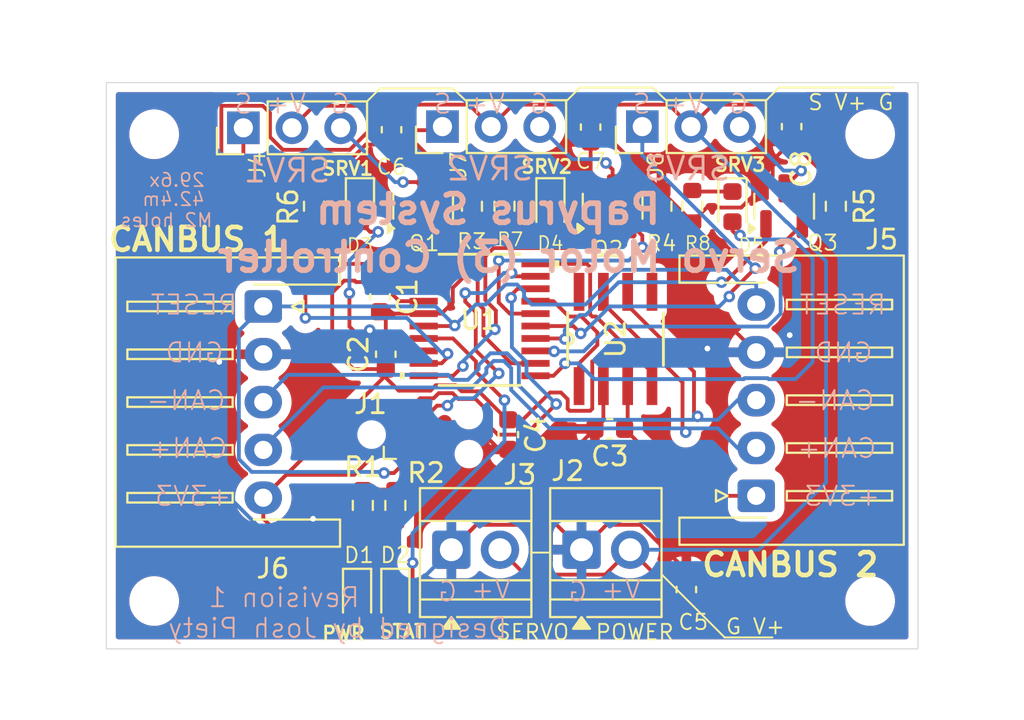
<source format=kicad_pcb>
(kicad_pcb (version 20241229) (generator "pcbnew") (generator_version "9.0")
  (layers (0 "F.Cu" signal) (2 "B.Cu" signal) (13 "F.Paste" user) (15 "B.Paste" user) (5 "F.SilkS" user "F.Silkscreen") (7 "B.SilkS" user "B.Silkscreen") (1 "F.Mask" user) (3 "B.Mask" user) (25 "Edge.Cuts" user))
  (net 0 "")
  (net 1 "+3V3")
  (net 2 "GND")
  (net 3 "/VSERVO")
  (net 4 "Net-(D1-K)")
  (net 5 "/STATUS")
  (net 6 "Net-(D2-K)")
  (net 7 "Net-(D3-K)")
  (net 8 "/SRV1_STAT")
  (net 9 "/SRV2_STAT")
  (net 10 "Net-(D4-K)")
  (net 11 "/SRV3_STAT")
  (net 12 "Net-(D5-K)")
  (net 13 "/SWCLK")
  (net 14 "/SWDIO")
  (net 16 "/RESETB")
  (net 17 "Net-(J4-Pin_3)")
  (net 18 "/SRV1_PWM")
  (net 19 "/CAN+")
  (net 20 "/CAN-")
  (net 21 "Net-(J7-Pin_3)")
  (net 22 "/SRV2_PWM")
  (net 23 "Net-(J8-Pin_3)")
  (net 24 "/SRV3_PWM")
  (net 25 "/SRV1_EN")
  (net 26 "/SRV1_SENSE")
  (net 27 "/SRV2_EN")
  (net 28 "/SRV2_SENSE")
  (net 29 "/SRV3_EN")
  (net 30 "/SRV3_SENSE")
  (net 31 "/CANTX")
  (net 32 "/CANRX")
  (footprint "Connector_JST:JST_XH_S5B-XH-A-1_1x05_P2.50mm_Horizontal" (layer "F.Cu") (at 80.8 85.3 -90)
    (property "Reference" "J6")
    (property "Value" "Conn_01x05")
  )
  (footprint "Capacitor_SMD:C_0603_1608Metric" (layer "F.Cu") (at 93.6 92 -90)
    (property "Reference" "C4")
    (property "Value" "100n")
  )
  (footprint "Resistor_SMD:R_0603_1608Metric" (layer "F.Cu") (at 93.4 80.0625 -90)
    (property "Reference" "R7")
    (property "Value" "1k")
  )
  (footprint "Package_TO_SOT_SMD:SOT-23" (layer "F.Cu") (at 99.05 80.0625 90)
    (property "Reference" "Q2")
    (property "Value" "AO3400A")
  )
  (footprint "Resistor_SMD:R_0603_1608Metric" (layer "F.Cu") (at 91.7 80.0625 90)
    (property "Reference" "R3")
    (property "Value" "33m")
  )
  (footprint "Resistor_SMD:R_0603_1608Metric" (layer "F.Cu") (at 86 95.7 90)
    (property "Reference" "R1")
    (property "Value" "1k")
  )
  (footprint "MountingHole:MountingHole_2.1mm" (layer "F.Cu") (at 75.1 76.3)
    (property "Reference" "REF**" (hide yes))
    (property "Value" "MountingHole_2.1mm")
  )
  (footprint "Resistor_SMD:R_0603_1608Metric" (layer "F.Cu") (at 110.71 80.0625 90)
    (property "Reference" "R5")
    (property "Value" "33m")
  )
  (footprint "Connector_PinHeader_2.54mm:PinHeader_1x03_P2.54mm_Vertical" (layer "F.Cu") (at 90.16 75.9 90)
    (property "Reference" "J7")
    (property "Value" "Conn_01x03_Pin")
  )
  (footprint "Resistor_SMD:R_0603_1608Metric" (layer "F.Cu") (at 103.21 80.0625 -90)
    (property "Reference" "R8")
    (property "Value" "1k")
  )
  (footprint "MountingHole:MountingHole_2.1mm" (layer "F.Cu") (at 75.1 100.7)
    (property "Reference" "REF**" (hide yes))
    (property "Value" "MountingHole_2.1mm")
  )
  (footprint "Connector_JST:JST_XH_S5B-XH-A-1_1x05_P2.50mm_Horizontal" (layer "F.Cu") (at 106.55 95.2 90)
    (property "Reference" "J5")
    (property "Value" "Conn_01x05")
  )
  (footprint "Resistor_SMD:R_0603_1608Metric" (layer "F.Cu") (at 87.7 95.7 90)
    (property "Reference" "R2")
    (property "Value" "1k")
  )
  (footprint "MountingHole:MountingHole_2.1mm" (layer "F.Cu") (at 112.5 100.7)
    (property "Reference" "REF**" (hide yes))
    (property "Value" "MountingHole_2.1mm")
  )
  (footprint "TerminalBlock:TerminalBlock_Xinya_XY308-2.54-2P_1x02_P2.54mm_Horizontal" (layer "F.Cu") (at 97.425 98.0175)
    (property "Reference" "J2")
    (property "Value" "Screw_Terminal_01x02")
  )
  (footprint "Package_TO_SOT_SMD:SOT-23" (layer "F.Cu") (at 89.15 80.0625 90)
    (property "Reference" "Q1")
    (property "Value" "AO3400A")
  )
  (footprint "Package_TO_SOT_SMD:SOT-23" (layer "F.Cu") (at 108.01 80.0625 90)
    (property "Reference" "Q3")
    (property "Value" "AO3400A")
  )
  (footprint "Connector_PinHeader_2.54mm:PinHeader_1x03_P2.54mm_Vertical" (layer "F.Cu") (at 100.6 75.9 90)
    (property "Reference" "J8")
    (property "Value" "Conn_01x03_Pin")
  )
  (footprint "LED_SMD:LED_0603_1608Metric" (layer "F.Cu") (at 85.85 80.0825 -90)
    (property "Reference" "D3")
    (property "Value" "LED")
  )
  (footprint "Capacitor_SMD:C_0603_1608Metric" (layer "F.Cu") (at 86.9 84.8 -90)
    (property "Reference" "C1")
    (property "Value" "100n")
  )
  (footprint "Capacitor_SMD:C_0603_1608Metric" (layer "F.Cu") (at 87.2 87.8 90)
    (property "Reference" "C2")
    (property "Value" "10u")
  )
  (footprint "footprints:D8" (layer "F.Cu") (at 99.2 87 90)
    (property "Reference" "U2")
    (property "Value" "SN65HVD232QDRG4Q1")
  )
  (footprint "Connector_PinHeader_2.54mm:PinHeader_1x03_P2.54mm_Vertical" (layer "F.Cu") (at 79.76 75.9625 90)
    (property "Reference" "J4")
    (property "Value" "Conn_01x03_Pin")
  )
  (footprint "LED_SMD:LED_0603_1608Metric" (layer "F.Cu") (at 85.7 100.5 -90)
    (property "Reference" "D1")
    (property "Value" "LED")
  )
  (footprint "TerminalBlock:TerminalBlock_Xinya_XY308-2.54-2P_1x02_P2.54mm_Horizontal" (layer "F.Cu") (at 90.625 98.0175)
    (property "Reference" "J3")
    (property "Value" "Screw_Terminal_01x02")
  )
  (footprint "Resistor_SMD:R_0603_1608Metric" (layer "F.Cu") (at 101.6 80.0625 90)
    (property "Reference" "R4")
    (property "Value" "33m")
  )
  (footprint "Capacitor_SMD:C_0603_1608Metric" (layer "F.Cu") (at 108.4 75.9 -90)
    (property "Reference" "C8")
    (property "Value" "10u")
  )
  (footprint "Connector:Tag-Connect_TC2030-IDC-NL_2x03_P1.27mm_Vertical" (layer "F.Cu") (at 89 92)
    (property "Reference" "J1")
    (property "Value" "Conn_ARM_SWD_TagConnect_TC2030-NL")
  )
  (footprint "footprints:TSSOP20_STM" (layer "F.Cu") (at 92.1 86)
    (property "Reference" "U1")
    (property "Value" "STM32C092FCP6")
  )
  (footprint "LED_SMD:LED_0603_1608Metric" (layer "F.Cu") (at 95.8 80.0825 -90)
    (property "Reference" "D4")
    (property "Value" "LED")
  )
  (footprint "LED_SMD:LED_0603_1608Metric" (layer "F.Cu") (at 105.31 80.0825 -90)
    (property "Reference" "D5")
    (property "Value" "LED")
  )
  (footprint "Resistor_SMD:R_0603_1608Metric" (layer "F.Cu") (at 83.45 80.0625 -90)
    (property "Reference" "R6")
    (property "Value" "1k")
  )
  (footprint "MountingHole:MountingHole_2.1mm" (layer "F.Cu") (at 112.5 76.3)
    (property "Reference" "REF**" (hide yes))
    (property "Value" "MountingHole_2.1mm")
  )
  (footprint "Capacitor_SMD:C_0603_1608Metric" (layer "F.Cu") (at 97.9 75.925 -90)
    (property "Reference" "C7")
    (property "Value" "10u")
  )
  (footprint "Capacitor_SMD:C_0603_1608Metric" (layer "F.Cu") (at 87.5 76.0625 -90)
    (property "Reference" "C6")
    (property "Value" "10u")
  )
  (footprint "LED_SMD:LED_0603_1608Metric" (layer "F.Cu") (at 87.7 100.5 -90)
    (property "Reference" "D2")
    (property "Value" "LED")
  )
  (footprint "Capacitor_SMD:C_0603_1608Metric" (layer "F.Cu") (at 102.9 100.1 90)
    (property "Reference" "C5")
    (property "Value" "10u")
  )
  (footprint "Capacitor_SMD:C_0603_1608Metric" (layer "F.Cu") (at 98.9 91.7 180)
    (property "Reference" "C3")
    (property "Value" "100n")
  )
  (gr_line (start 101.6 99.3) (end 104.9 102.6) (stroke (width 0.1)) (layer "F.SilkS"))
  (gr_line (start 101.86 74.54125) (end 101.14 73.85875) (stroke (width 0.1)) (layer "F.SilkS"))
  (gr_line (start 94.805 98.1675) (end 95.785 98.1675) (stroke (width 0.1)) (layer "F.SilkS"))
  (gr_line (start 97.34 73.85875) (end 101.14 73.85875) (stroke (width 0.1)) (layer "F.SilkS"))
  (gr_line (start 107.06 74.54125) (end 107.74 73.85875) (stroke (width 0.1)) (layer "F.SilkS"))
  (gr_line (start 86.22 74.5825) (end 86.9 73.9) (stroke (width 0.1)) (layer "F.SilkS"))
  (gr_line (start 107.74 73.85875) (end 113.7 73.85875) (stroke (width 0.1)) (layer "F.SilkS"))
  (gr_line (start 104.9 102.6) (end 107.4 102.6) (stroke (width 0.1)) (layer "F.SilkS"))
  (gr_line (start 96.66 74.54125) (end 97.34 73.85875) (stroke (width 0.1)) (layer "F.SilkS"))
  (gr_line (start 91.42 74.5825) (end 90.7 73.9) (stroke (width 0.1)) (layer "F.SilkS"))
  (gr_line (start 86.9 73.9) (end 90.7 73.9) (stroke (width 0.1)) (layer "F.SilkS"))
  (gr_rect (start 72.6 73.6) (end 115 103.2) (stroke (width 0.05)) (fill no) (layer "Edge.Cuts"))
  (gr_text "POWER" (at 98.1 102.8 0) (layer "F.SilkS") (effects (font (size 0.8 0.8) (thickness 0.1)) (justify left bottom)))
  (gr_text "G V+" (at 104.9 102.5 0) (layer "F.SilkS") (effects (font (size 0.8 0.8) (thickness 0.1)) (justify left bottom)))
  (gr_text "STAT" (at 86.8 102.7 0) (layer "F.SilkS") (effects (font (size 0.7 0.7) (thickness 0.14) (bold yes)) (justify left bottom)))
  (gr_text "CANBUS 1" (at 72.6 82.5 0) (layer "F.SilkS") (effects (font (size 1.2 1.2) (thickness 0.24) (bold yes)) (justify left bottom)))
  (gr_text "SRV2" (at 94.2 78.4 0) (layer "F.SilkS") (effects (font (size 0.7 0.7) (thickness 0.14) (bold yes)) (justify left bottom)))
  (gr_text "S V+ G" (at 109.2 75.1 0) (layer "F.SilkS") (effects (font (size 0.8 0.8) (thickness 0.1)) (justify left bottom)))
  (gr_text "PWR" (at 83.8 102.8 0) (layer "F.SilkS") (effects (font (size 0.7 0.7) (thickness 0.14) (bold yes)) (justify left bottom)))
  (gr_text "CANBUS 2" (at 103.6 99.5 0) (layer "F.SilkS") (effects (font (size 1.2 1.2) (thickness 0.24) (bold yes)) (justify left bottom)))
  (gr_text "SRV1" (at 83.8 78.5 0) (layer "F.SilkS") (effects (font (size 0.7 0.7) (thickness 0.14) (bold yes)) (justify left bottom)))
  (gr_text "SRV3" (at 104.3 78.3 0) (layer "F.SilkS") (effects (font (size 0.7 0.7) (thickness 0.14) (bold yes)) (justify left bottom)))
  (gr_text "SERVO" (at 92.9 102.8 0) (layer "F.SilkS") (effects (font (size 0.8 0.8) (thickness 0.1)) (justify left bottom)))
  (gr_text "Designed by Josh Piety" (at 93.6 102.7 0) (layer "B.SilkS") (effects (font (size 1 1) (thickness 0.1)) (justify left bottom mirror)))
  (gr_text "GND" (at 78.8 88.3 0) (layer "B.SilkS") (effects (font (size 1 1) (thickness 0.1)) (justify left bottom mirror)))
  (gr_text "Papyrus System" (at 101.7 81.1 0) (layer "B.SilkS") (effects (font (size 1.5 1.5) (thickness 0.3) (bold yes)) (justify left bottom mirror)))
  (gr_text "CAN+" (at 112.9 93.3 0) (layer "B.SilkS") (effects (font (size 1 1) (thickness 0.1)) (justify left bottom mirror)))
  (gr_text "+3V3" (at 113.1 95.8 0) (layer "B.SilkS") (effects (font (size 1 1) (thickness 0.1)) (justify left bottom mirror)))
  (gr_text "S" (at 101.1 75.3 0) (layer "B.SilkS") (effects (font (size 1 1) (thickness 0.1)) (justify left bottom mirror)))
  (gr_text "G" (at 97.8 100.8 0) (layer "B.SilkS") (effects (font (size 1 1) (thickness 0.1)) (justify left bottom mirror)))
  (gr_text "SRV3" (at 105.3 78.8 0) (layer "B.SilkS") (effects (font (size 1.2 1.2)) (justify left bottom mirror)))
  (gr_text "G" (at 85.4 75.3 0) (layer "B.SilkS") (effects (font (size 1 1) (thickness 0.1)) (justify left bottom mirror)))
  (gr_text "SRV1" (at 84.4 78.9 0) (layer "B.SilkS") (effects (font (size 1.2 1.2)) (justify left bottom mirror)))
  (gr_text "G" (at 106.2 75.3 0) (layer "B.SilkS") (effects (font (size 1 1) (thickness 0.1)) (justify left bottom mirror)))
  (gr_text "CAN+" (at 79 93.3 0) (layer "B.SilkS") (effects (font (size 1 1) (thickness 0.1)) (justify left bottom mirror)))
  (gr_text "V+" (at 93.8 100.7 0) (layer "B.SilkS") (effects (font (size 1 1) (thickness 0.1)) (justify left bottom mirror)))
  (gr_text "S" (at 80.3 75.3 0) (layer "B.SilkS") (effects (font (size 1 1) (thickness 0.1)) (justify left bottom mirror)))
  (gr_text "GND" (at 112.7 88.3 0) (layer "B.SilkS") (effects (font (size 1 1) (thickness 0.1)) (justify left bottom mirror)))
  (gr_text "V+" (at 103.9 75.3 0) (layer "B.SilkS") (effects (font (size 1 1) (thickness 0.1)) (justify left bottom mirror)))
  (gr_text "CAN-" (at 78.9 90.8 0) (layer "B.SilkS") (effects (font (size 1 1) (thickness 0.1)) (justify left bottom mirror)))
  (gr_text "Servo Motor (3) Controller " (at 109 83.6 0) (layer "B.SilkS") (effects (font (size 1.5 1.5) (thickness 0.3) (bold yes)) (justify left bottom mirror)))
  (gr_text "CAN-" (at 112.8 90.8 0) (layer "B.SilkS") (effects (font (size 1 1) (thickness 0.1)) (justify left bottom mirror)))
  (gr_text "M2 holes" (at 78.2 81.2 0) (layer "B.SilkS") (effects (font (size 0.7 0.7) (thickness 0.0875)) (justify left bottom mirror)))
  (gr_text "42.4m" (at 77.8 80.1 0) (layer "B.SilkS") (effects (font (size 0.7 0.7) (thickness 0.0875)) (justify left bottom mirror)))
  (gr_text "G" (at 91 100.8 0) (layer "B.SilkS") (effects (font (size 1 1) (thickness 0.1)) (justify left bottom mirror)))
  (gr_text "RESET" (at 113.4 85.8 0) (layer "B.SilkS") (effects (font (size 1 1) (thickness 0.1)) (justify left bottom mirror)))
  (gr_text "Revision 1" (at 85.9 101.1 0) (layer "B.SilkS") (effects (font (size 1 1) (thickness 0.1)) (justify left bottom mirror)))
  (gr_text "+3V3" (at 79.2 95.8 0) (layer "B.SilkS") (effects (font (size 1 1) (thickness 0.1)) (justify left bottom mirror)))
  (gr_text "V+" (at 100.6 100.7 0) (layer "B.SilkS") (effects (font (size 1 1) (thickness 0.1)) (justify left bottom mirror)))
  (gr_text "G" (at 95.8 75.3 0) (layer "B.SilkS") (effects (font (size 1 1) (thickness 0.1)) (justify left bottom mirror)))
  (gr_text "SRV2" (at 95 78.8 0) (layer "B.SilkS") (effects (font (size 1.2 1.2)) (justify left bottom mirror)))
  (gr_text "29.6x" (at 77.8 79.1 0) (layer "B.SilkS") (effects (font (size 0.7 0.7) (thickness 0.0875)) (justify left bottom mirror)))
  (gr_text "S" (at 90.7 75.3 0) (layer "B.SilkS") (effects (font (size 1 1) (thickness 0.1)) (justify left bottom mirror)))
  (gr_text "V+" (at 83.1 75.3 0) (layer "B.SilkS") (effects (font (size 1 1) (thickness 0.1)) (justify left bottom mirror)))
  (gr_text "RESET" (at 79.5 85.8 0) (layer "B.SilkS") (effects (font (size 1 1) (thickness 0.1)) (justify left bottom mirror)))
  (gr_text "V+" (at 93.5 75.3 0) (layer "B.SilkS") (effects (font (size 1 1) (thickness 0.1)) (justify left bottom mirror)))
  (segment (start 96.701 90.648943) (end 96.807457 90.7554) (width 0.2) (layer "F.Cu") (net 1))
  (segment (start 86.9 84.025) (end 85.644239 84.025) (width 0.2) (layer "F.Cu") (net 1))
  (segment (start 87.73 92.635) (end 87.021849 92.635) (width 0.2) (layer "F.Cu") (net 1))
  (segment (start 89.179 85.025001) (end 87.900001 85.025001) (width 0.2) (layer "F.Cu") (net 1))
  (segment (start 87.900001 85.025001) (end 86.9 84.025) (width 0.2) (layer "F.Cu") (net 1))
  (segment (start 99.4722 88.1722) (end 99.835 88.535) (width 0.2) (layer "F.Cu") (net 1))
  (segment (start 87.2 88.9) (end 87.2 88.575) (width 0.2) (layer "F.Cu") (net 1))
  (segment (start 99.835 88.535) (end 99.835 89.4638) (width 0.2) (layer "F.Cu") (net 1))
  (segment (start 80.8 95.3) (end 87.2 88.9) (width 0.2) (layer "F.Cu") (net 1))
  (segment (start 89.811793 89.421835) (end 89.533628 89.7) (width 0.2) (layer "F.Cu") (net 1))
  (segment (start 85.509314 88.575) (end 87.2 88.575) (width 0.2) (layer "F.Cu") (net 1))
  (segment (start 80.8 96.3875) (end 80.8 95.3) (width 0.2) (layer "F.Cu") (net 1))
  (segment (start 82 94.1) (end 80.8 95.3) (width 0.2) (layer "F.Cu") (net 1))
  (segment (start 89.533628 89.7) (end 87.875 89.7) (width 0.2) (layer "F.Cu") (net 1))
  (segment (start 96.701 90.151057) (end 96.701 90.648943) (width 0.2) (layer "F.Cu") (net 1))
  (segment (start 99.835 89.4638) (end 99.835 91.54) (width 0.2) (layer "F.Cu") (net 1))
  (segment (start 93.543534 91.225) (end 92.056234 89.7377) (width 0.2) (layer "F.Cu") (net 1))
  (segment (start 90.842555 89.421835) (end 89.811793 89.421835) (width 0.2) (layer "F.Cu") (net 1))
  (segment (start 85.569239 83.95) (end 85.030761 83.95) (width 0.2) (layer "F.Cu") (net 1))
  (segment (start 96.807457 90.7554) (end 97.8754 90.7554) (width 0.2) (layer "F.Cu") (net 1))
  (segment (start 87.2 89.025) (end 87.2 88.575) (width 0.2) (layer "F.Cu") (net 1))
  (segment (start 84.4 84.580761) (end 84.4 87.465686) (width 0.2) (layer "F.Cu") (net 1))
  (segment (start 91.15842 89.7377) (end 90.842555 89.421835) (width 0.2) (layer "F.Cu") (net 1))
  (segment (start 106.55 95.2) (end 103.175 95.2) (width 0.2) (layer "F.Cu") (net 1))
  (segment (start 85.7 101.2875) (end 80.8 96.3875) (width 0.2) (layer "F.Cu") (net 1))
  (segment (start 84.4 87.465686) (end 85.509314 88.575) (width 0.2) (layer "F.Cu") (net 1))
  (segment (start 87.021849 92.635) (end 85.556849 94.1) (width 0.2) (layer "F.Cu") (net 1))
  (segment (start 99.835 91.54) (end 99.675 91.7) (width 0.2) (layer "F.Cu") (net 1))
  (segment (start 93.6 91.225) (end 93.543534 91.225) (width 0.2) (layer "F.Cu") (net 1))
  (segment (start 103.175 95.2) (end 99.675 91.7) (width 0.2) (layer "F.Cu") (net 1))
  (segment (start 85.644239 84.025) (end 85.569239 83.95) (width 0.2) (layer "F.Cu") (net 1))
  (segment (start 97.9846 90.6462) (end 97.9846 88.1722) (width 0.2) (layer "F.Cu") (net 1))
  (segment (start 85.030761 83.95) (end 84.4 84.580761) (width 0.2) (layer "F.Cu") (net 1))
  (segment (start 94.355761 91.225) (end 95.781761 89.799) (width 0.2) (layer "F.Cu") (net 1))
  (segment (start 97.9846 88.1722) (end 99.4722 88.1722) (width 0.2) (layer "F.Cu") (net 1))
  (segment (start 95.781761 89.799) (end 96.348943 89.799) (width 0.2) (layer "F.Cu") (net 1))
  (segment (start 87.875 89.7) (end 87.2 89.025) (width 0.2) (layer "F.Cu") (net 1))
  (segment (start 97.8754 90.7554) (end 97.9846 90.6462) (width 0.2) (layer "F.Cu") (net 1))
  (segment (start 85.556849 94.1) (end 82 94.1) (width 0.2) (layer "F.Cu") (net 1))
  (segment (start 93.6 91.225) (end 94.355761 91.225) (width 0.2) (layer "F.Cu") (net 1))
  (segment (start 96.348943 89.799) (end 96.701 90.151057) (width 0.2) (layer "F.Cu") (net 1))
  (segment (start 92.056234 89.7377) (end 91.15842 89.7377) (width 0.2) (layer "F.Cu") (net 1))
  (segment (start 107.409 78.491) (end 107.409 77.666) (width 0.2) (layer "F.Cu") (net 2))
  (segment (start 89.179 85.674999) (end 86.999999 85.674999) (width 0.2) (layer "F.Cu") (net 2))
  (segment (start 110.71 79.2375) (end 110.71 78.985) (width 0.2) (layer "F.Cu") (net 2))
  (segment (start 93.125 92.775) (end 92.5197 92.1697) (width 0.2) (layer "F.Cu") (net 2))
  (segment (start 97.9 76.7) (end 97.9 78.5091) (width 0.2) (layer "F.Cu") (net 2))
  (segment (start 99.0625 76.7) (end 97.9 76.7) (width 0.2) (layer "F.Cu") (net 2))
  (segment (start 89.179 85.674999) (end 90.1156 85.674999) (width 0.2) (layer "F.Cu") (net 2))
  (segment (start 93.6 95.0425) (end 90.625 98.0175) (width 0.2) (layer "F.Cu") (net 2))
  (segment (start 101.6 79.2375) (end 101.6 79.2775) (width 0.2) (layer "F.Cu") (net 2))
  (segment (start 98.726 96.7165) (end 97.425 98.0175) (width 0.2) (layer "F.Cu") (net 2))
  (segment (start 85.482032 77.5125) (end 86.157032 76.8375) (width 0.2) (layer "F.Cu") (net 2))
  (segment (start 90.1156 85.674999) (end 90.7 85.090599) (width 0.2) (layer "F.Cu") (net 2))
  (segment (start 102.9 99.112608) (end 100.503892 96.7165) (width 0.2) (layer "F.Cu") (net 2))
  (segment (start 107.409 77.666) (end 108.4 76.675) (width 0.2) (layer "F.Cu") (net 2))
  (segment (start 78.5 88.2) (end 78.9 87.8) (width 0.2) (layer "F.Cu") (net 2))
  (segment (start 88.825 76.8375) (end 87.5 76.8375) (width 0.2) (layer "F.Cu") (net 2))
  (segment (start 87.7 94.875) (end 86 94.875) (width 0.2) (layer "F.Cu") (net 2))
  (segment (start 82.674 78.826) (end 83.9875 77.5125) (width 0.2) (layer "F.Cu") (net 2))
  (segment (start 96.124 96.7165) (end 97.425 98.0175) (width 0.2) (layer "F.Cu") (net 2))
  (segment (start 97.9 78.5091) (end 96.2976 80.1115) (width 0.2) (layer "F.Cu") (net 2))
  (segment (start 90.625 98.0175) (end 91.926 96.7165) (width 0.2) (layer "F.Cu") (net 2))
  (segment (start 88.03 94.875) (end 87.7 94.875) (width 0.2) (layer "F.Cu") (net 2))
  (segment (start 91.7 79.2375) (end 91.225 79.2375) (width 0.2) (layer "F.Cu") (net 2))
  (segment (start 98.565 91.26) (end 98.125 91.7) (width 0.2) (layer "F.Cu") (net 2))
  (segment (start 86.64424 87.025) (end 86.35962 86.74038) (width 0.2) (layer "F.Cu") (net 2))
  (segment (start 90.7 84.330761) (end 91.600001 83.43076) (width 0.2) (layer "F.Cu") (net 2))
  (segment (start 100.503892 96.7165) (end 98.726 96.7165) (width 0.2) (layer "F.Cu") (net 2))
  (segment (start 90.7 85.090599) (end 90.7 84.330761) (width 0.2) (layer "F.Cu") (net 2))
  (segment (start 92.5197 92.1697) (end 90.7353 92.1697) (width 0.2) (layer "F.Cu") (net 2))
  (segment (start 92.925 80.8875) (end 93.4 80.8875) (width 0.2) (layer "F.Cu") (net 2))
  (segment (start 86.35962 86.74038) (end 86.35962 86.54038) (width 0.2) (layer "F.Cu") (net 2))
  (segment (start 103.21 84.36) (end 106.55 87.7) (width 0.2) (layer "F.Cu") (net 2))
  (segment (start 103.966 80.1315) (end 105.7685 80.1315) (width 0.2) (layer "F.Cu") (net 2))
  (segment (start 98.565 89.4638) (end 98.565 91.26) (width 0.2) (layer "F.Cu") (net 2))
  (segment (start 96.2976 80.1115) (end 94.176 80.1115) (width 0.2) (layer "F.Cu") (net 2))
  (segment (start 86.157032 76.8375) (end 87.5 76.8375) (width 0.2) (layer "F.Cu") (net 2))
  (segment (start 101.6 79.2775) (end 103.21 80.8875) (width 0.2) (layer "F.Cu") (net 2))
  (segment (start 90.7353 92.1697) (end 90.27 92.635) (width 0.2) (layer "F.Cu") (net 2))
  (segment (start 103.21 80.8875) (end 103.966 80.1315) (width 0.2) (layer "F.Cu") (net 2))
  (segment (start 82.674 80.1115) (end 82.674 78.826) (width 0.2) (layer "F.Cu") (net 2))
  (segment (start 101.6 79.2375) (end 99.0625 76.7) (width 0.2) (layer "F.Cu") (net 2))
  (segment (start 105.7685 80.1315) (end 107.409 78.491) (width 0.2) (layer "F.Cu") (net 2))
  (segment (start 97.05 92.775) (end 93.6 92.775) (width 0.2) (layer "F.Cu") (net 2))
  (segment (start 93.6 92.775) (end 93.125 92.775) (width 0.2) (layer "F.Cu") (net 2))
  (segment (start 91.926 96.7165) (end 96.124 96.7165) (width 0.2) (layer "F.Cu") (net 2))
  (segment (start 78.9 87.8) (end 80.8 87.8) (width 0.2) (layer "F.Cu") (net 2))
  (segment (start 87.2 85.875) (end 86.9 85.575) (width 0.2) (layer "F.Cu") (net 2))
  (segment (start 93.4 80.8875) (end 94.176 80.1115) (width 0.2) (layer "F.Cu") (net 2))
  (segment (start 87.2 87.025) (end 87.2 85.875) (width 0.2) (layer "F.Cu") (net 2))
  (segment (start 98.125 91.7) (end 97.05 92.775) (width 0.2) (layer "F.Cu") (net 2))
  (segment (start 83.45 80.8875) (end 82.674 80.1115) (width 0.2) (layer "F.Cu") (net 2))
  (segment (start 91.600001 82.212499) (end 92.925 80.8875) (width 0.2) (layer "F.Cu") (net 2))
  (segment (start 83.9875 77.5125) (end 85.482032 77.5125) (width 0.2) (layer "F.Cu") (net 2))
  (segment (start 91.7 79.2375) (end 91.75 79.2375) (width 0.2) (layer "F.Cu") (net 2))
  (segment (start 102.9 99.325) (end 102.9 99.112608) (width 0.2) (layer "F.Cu") (net 2))
  (segment (start 103.21 80.8875) (end 103.21 84.36) (width 0.2) (layer "F.Cu") (net 2))
  (segment (start 86.999999 85.674999) (end 86.9 85.575) (width 0.2) (layer "F.Cu") (net 2))
  (segment (start 91.225 79.2375) (end 88.825 76.8375) (width 0.2) (layer "F.Cu") (net 2))
  (segment (start 87.2 87.025) (end 86.64424 87.025) (width 0.2) (layer "F.Cu") (net 2))
  (segment (start 93.6 92.775) (end 93.6 95.0425) (width 0.2) (layer "F.Cu") (net 2))
  (segment (start 90.27 92.635) (end 88.03 94.875) (width 0.2) (layer "F.Cu") (net 2))
  (segment (start 110.71 78.985) (end 108.4 76.675) (width 0.2) (layer "F.Cu") (net 2))
  (segment (start 91.75 79.2375) (end 93.4 80.8875) (width 0.2) (layer "F.Cu") (net 2))
  (segment (start 91.600001 83.43076) (end 91.600001 82.212499) (width 0.2) (layer "F.Cu") (net 2))
  (via (at 108.3 86.8) (size 0.6) (drill 0.3) (layers "F.Cu" "B.Cu") (net 2))
  (via (at 86.35962 86.54038) (size 0.6) (drill 0.3) (layers "F.Cu" "B.Cu") (net 2))
  (via (at 83.4 96.4) (size 0.6) (drill 0.3) (layers "F.Cu" "B.Cu") (net 2))
  (via (at 78.5 88.2) (size 0.6) (drill 0.3) (layers "F.Cu" "B.Cu") (net 2))
  (via (at 104 87.5) (size 0.6) (drill 0.3) (layers "F.Cu" "B.Cu") (net 2))
  (segment (start 78.5 94.75276) (end 78.5 88.2) (width 0.2) (layer "B.Cu") (net 2))
  (segment (start 80.8 87.8) (end 85.1 87.8) (width 0.2) (layer "B.Cu") (net 2))
  (segment (start 90.625 98.0175) (end 89.0425 99.6) (width 0.2) (layer "B.Cu") (net 2))
  (segment (start 87.7 99.6) (end 83.34724 99.6) (width 0.2) (layer "B.Cu") (net 2))
  (segment (start 85.1 87.8) (end 86.35962 86.54038) (width 0.2) (layer "B.Cu") (net 2))
  (segment (start 89.0425 99.6) (end 87.7 99.6) (width 0.2) (layer "B.Cu") (net 2))
  (segment (start 83.34724 99.6) (end 78.5 94.75276) (width 0.2) (layer "B.Cu") (net 2))
  (segment (start 88.0385 74.749) (end 87.5 75.2875) (width 0.2) (layer "F.Cu") (net 3))
  (segment (start 98.301 74.749) (end 101.989 74.749) (width 0.2) (layer "F.Cu") (net 3))
  (segment (start 91.549 74.749) (end 88.0385 74.749) (width 0.2) (layer "F.Cu") (net 3))
  (segment (start 83.451 74.8115) (end 87.024 74.8115) (width 0.2) (layer "F.Cu") (net 3))
  (segment (start 92.7 75.9) (end 93.851 74.749) (width 0.2) (layer "F.Cu") (net 3))
  (segment (start 102.8225 100.875) (end 102.9 100.875) (width 0.2) (layer "F.Cu") (net 3))
  (segment (start 99.965 98.0175) (end 102.8225 100.875) (width 0.2) (layer "F.Cu") (net 3))
  (segment (start 93.851 74.749) (end 97.499 74.749) (width 0.2) (layer "F.Cu") (net 3))
  (segment (start 87.024 74.8115) (end 87.5 75.2875) (width 0.2) (layer "F.Cu") (net 3))
  (segment (start 104.291 74.749) (end 108.024 74.749) (width 0.2) (layer "F.Cu") (net 3))
  (segment (start 101.989 74.749) (end 103.14 75.9) (width 0.2) (layer "F.Cu") (net 3))
  (segment (start 82.3 75.9625) (end 83.451 74.8115) (width 0.2) (layer "F.Cu") (net 3))
  (segment (start 92.7 75.9) (end 91.549 74.749) (width 0.2) (layer "F.Cu") (net 3))
  (segment (start 98.664 99.3185) (end 99.965 98.0175) (width 0.2) (layer "F.Cu") (net 3))
  (segment (start 108.024 74.749) (end 108.4 75.125) (width 0.2) (layer "F.Cu") (net 3))
  (segment (start 97.499 74.749) (end 97.9 75.15) (width 0.2) (layer "F.Cu") (net 3))
  (segment (start 103.14 75.9) (end 104.291 74.749) (width 0.2) (layer "F.Cu") (net 3))
  (segment (start 93.165 98.0175) (end 94.466 99.3185) (width 0.2) (layer "F.Cu") (net 3))
  (segment (start 94.466 99.3185) (end 98.664 99.3185) (width 0.2) (layer "F.Cu") (net 3))
  (segment (start 97.9 75.15) (end 98.301 74.749) (width 0.2) (layer "F.Cu") (net 3))
  (segment (start 103.14 75.9) (end 108.14 80.9) (width 0.2) (layer "B.Cu") (net 3))
  (segment (start 110.2 94.5) (end 106.6825 98.0175) (width 0.2) (layer "B.Cu") (net 3))
  (segment (start 106.6825 98.0175) (end 99.965 98.0175) (width 0.2) (layer "B.Cu") (net 3))
  (segment (start 110.2 82.934314) (end 110.2 94.5) (width 0.2) (layer "B.Cu") (net 3))
  (segment (start 108.165686 80.9) (end 110.2 82.934314) (width 0.2) (layer "B.Cu") (net 3))
  (segment (start 108.14 80.9) (end 108.165686 80.9) (width 0.2) (layer "B.Cu") (net 3))
  (segment (start 85.7 96.825) (end 86 96.525) (width 0.2) (layer "F.Cu") (net 4))
  (segment (start 85.7 99.7125) (end 85.7 96.825) (width 0.2) (layer "F.Cu") (net 4))
  (segment (start 90.709313 86.974999) (end 91.90962 88.175306) (width 0.2) (layer "F.Cu") (net 5))
  (segment (start 89.179 86.974999) (end 90.709313 86.974999) (width 0.2) (layer "F.Cu") (net 5))
  (segment (start 91.90962 88.70962) (end 93.4 90.2) (width 0.2) (layer "F.Cu") (net 5))
  (segment (start 91.90962 88.175306) (end 91.90962 88.70962) (width 0.2) (layer "F.Cu") (net 5))
  (segment (start 88.6 98.7) (end 88.6 100.3875) (width 0.2) (layer "F.Cu") (net 5))
  (segment (start 88.6 100.3875) (end 87.7 101.2875) (width 0.2) (layer "F.Cu") (net 5))
  (via (at 88.6 98.7) (size 0.6) (drill 0.3) (layers "F.Cu" "B.Cu") (net 5))
  (via (at 93.4 90.2) (size 0.6) (drill 0.3) (layers "F.Cu" "B.Cu") (net 5))
  (segment (start 88.6 97.152849) (end 88.6 98.7) (width 0.2) (layer "B.Cu") (net 5))
  (segment (start 93.4 90.2) (end 93.4 92.352849) (width 0.2) (layer "B.Cu") (net 5))
  (segment (start 93.4 92.352849) (end 88.6 97.152849) (width 0.2) (layer "B.Cu") (net 5))
  (segment (start 87.7 96.525) (end 87.7 99.7125) (width 0.2) (layer "F.Cu") (net 6))
  (segment (start 85.85 79.295) (end 83.5075 79.295) (width 0.2) (layer "F.Cu") (net 7))
  (segment (start 83.5075 79.295) (end 83.45 79.2375) (width 0.2) (layer "F.Cu") (net 7))
  (segment (start 86.8 81.4) (end 86.38 81.4) (width 0.2) (layer "F.Cu") (net 8))
  (segment (start 86.72589 87.776) (end 85.3 86.35011) (width 0.2) (layer "F.Cu") (net 8))
  (segment (start 85.3 86.35011) (end 85.3 84.6) (width 0.2) (layer "F.Cu") (net 8))
  (segment (start 89.027998 87.776) (end 86.72589 87.776) (width 0.2) (layer "F.Cu") (net 8))
  (segment (start 89.179 87.624998) (end 89.027998 87.776) (width 0.2) (layer "F.Cu") (net 8))
  (segment (start 86.38 81.4) (end 85.85 80.87) (width 0.2) (layer "F.Cu") (net 8))
  (via (at 85.3 84.6) (size 0.6) (drill 0.3) (layers "F.Cu" "B.Cu") (net 8))
  (via (at 86.8 81.4) (size 0.6) (drill 0.3) (layers "F.Cu" "B.Cu") (net 8))
  (segment (start 85.3 84.6) (end 85.3 82.9) (width 0.2) (layer "B.Cu") (net 8))
  (segment (start 85.3 82.9) (end 86.8 81.4) (width 0.2) (layer "B.Cu") (net 8))
  (segment (start 95.021 88.275002) (end 93.755763 88.275002) (width 0.2) (layer "F.Cu") (net 9))
  (segment (start 94.873625 80.87) (end 95.8 80.87) (width 0.2) (layer "F.Cu") (net 9))
  (segment (start 92.665076 81.85) (end 93.893625 81.85) (width 0.2) (layer "F.Cu") (net 9))
  (segment (start 93.893625 81.85) (end 94.873625 80.87) (width 0.2) (layer "F.Cu") (net 9))
  (segment (start 92.3 86.819239) (end 92.3 85.431372) (width 0.2) (layer "F.Cu") (net 9))
  (segment (start 92 82.515076) (end 92.665076 81.85) (width 0.2) (layer "F.Cu") (net 9))
  (segment (start 92 85.131371) (end 92 82.515076) (width 0.2) (layer "F.Cu") (net 9))
  (segment (start 92.3 85.431372) (end 92 85.131371) (width 0.2) (layer "F.Cu") (net 9))
  (segment (start 93.755763 88.275002) (end 92.3 86.819239) (width 0.2) (layer "F.Cu") (net 9))
  (segment (start 93.4 79.2375) (end 95.7425 79.2375) (width 0.2) (layer "F.Cu") (net 10))
  (segment (start 95.7425 79.2375) (end 95.8 79.295) (width 0.2) (layer "F.Cu") (net 10))
  (segment (start 95.9576 88.925) (end 96.555741 88.326859) (width 0.2) (layer "F.Cu") (net 11))
  (segment (start 96.555741 88.326859) (end 96.555741 88.275001) (width 0.2) (layer "F.Cu") (net 11))
  (segment (start 105.31 81.345146) (end 105.550283 81.585429) (width 0.2) (layer "F.Cu") (net 11))
  (segment (start 95.021 88.925) (end 95.9576 88.925) (width 0.2) (layer "F.Cu") (net 11))
  (segment (start 105.31 80.87) (end 105.31 81.345146) (width 0.2) (layer "F.Cu") (net 11))
  (segment (start 105.550283 81.585429) (end 105.704669 81.585429) (width 0.2) (layer "F.Cu") (net 11))
  (via (at 96.555741 88.275001) (size 0.6) (drill 0.3) (layers "F.Cu" "B.Cu") (net 11))
  (via (at 105.704669 81.585429) (size 0.6) (drill 0.3) (layers "F.Cu" "B.Cu") (net 11))
  (segment (start 109.5 88.2) (end 109.5 82.8) (width 0.2) (layer "B.Cu") (net 11))
  (segment (start 108.6 89.1) (end 109.5 88.2) (width 0.2) (layer "B.Cu") (net 11))
  (segment (start 97.275001 88.275001) (end 98.1 89.1) (width 0.2) (layer "B.Cu") (net 11))
  (segment (start 105.91924 81.8) (end 105.704669 81.585429) (width 0.2) (layer "B.Cu") (net 11))
  (segment (start 105.89724 89.1) (end 105.94824 89.049) (width 0.2) (layer "B.Cu") (net 11))
  (segment (start 96.555741 88.275001) (end 97.275001 88.275001) (width 0.2) (layer "B.Cu") (net 11))
  (segment (start 98.1 89.1) (end 105.89724 89.1) (width 0.2) (layer "B.Cu") (net 11))
  (segment (start 105.94824 89.049) (end 107.15176 89.049) (width 0.2) (layer "B.Cu") (net 11))
  (segment (start 109.5 82.8) (end 108.5 81.8) (width 0.2) (layer "B.Cu") (net 11))
  (segment (start 107.20276 89.1) (end 108.6 89.1) (width 0.2) (layer "B.Cu") (net 11))
  (segment (start 108.5 81.8) (end 105.91924 81.8) (width 0.2) (layer "B.Cu") (net 11))
  (segment (start 107.15176 89.049) (end 107.20276 89.1) (width 0.2) (layer "B.Cu") (net 11))
  (segment (start 105.31 79.295) (end 103.2675 79.295) (width 0.2) (layer "F.Cu") (net 12))
  (segment (start 103.2675 79.295) (end 103.21 79.2375) (width 0.2) (layer "F.Cu") (net 12))
  (segment (start 89 91.365) (end 89.881071 90.483929) (width 0.2) (layer "F.Cu") (net 13))
  (segment (start 89.881071 90.483929) (end 90.419724 90.483929) (width 0.2) (layer "F.Cu") (net 13))
  (segment (start 91.9 87.6) (end 91.9 85.597056) (width 0.2) (layer "F.Cu") (net 13))
  (segment (start 91.35 85.047056) (end 91.35 84.6) (width 0.2) (layer "F.Cu") (net 13))
  (segment (start 95.021 83.725001) (end 93.946042 83.725001) (width 0.2) (layer "F.Cu") (net 13))
  (segment (start 93.1 88.8) (end 91.9 87.6) (width 0.2) (layer "F.Cu") (net 13))
  (segment (start 91.9 85.597056) (end 91.35 85.047056) (width 0.2) (layer "F.Cu") (net 13))
  (segment (start 93.946042 83.725001) (end 93.771041 83.55) (width 0.2) (layer "F.Cu") (net 13))
  (via (at 93.1 88.8) (size 0.6) (drill 0.3) (layers "F.Cu" "B.Cu") (net 13))
  (via (at 93.771041 83.55) (size 0.6) (drill 0.3) (layers "F.Cu" "B.Cu") (net 13))
  (via (at 90.419724 90.483929) (size 0.6) (drill 0.3) (layers "F.Cu" "B.Cu") (net 13))
  (via (at 91.35 84.6) (size 0.6) (drill 0.3) (layers "F.Cu" "B.Cu") (net 13))
  (segment (start 92.319239 84.6) (end 93.369239 83.55) (width 0.2) (layer "B.Cu") (net 13))
  (segment (start 93.369239 83.55) (end 93.771041 83.55) (width 0.2) (layer "B.Cu") (net 13))
  (segment (start 90.419724 90.483929) (end 90.803653 90.1) (width 0.2) (layer "B.Cu") (net 13))
  (segment (start 90.803653 90.1) (end 91.8 90.1) (width 0.2) (layer "B.Cu") (net 13))
  (segment (start 91.8 90.1) (end 93.1 88.8) (width 0.2) (layer "B.Cu") (net 13))
  (segment (start 91.35 84.6) (end 92.319239 84.6) (width 0.2) (layer "B.Cu") (net 13))
  (segment (start 94.0844 84.375002) (end 93.74571 84.713692) (width 0.2) (layer "F.Cu") (net 14))
  (segment (start 94.5 92) (end 96.1 90.4) (width 0.2) (layer "F.Cu") (net 14))
  (segment (start 89.965385 89.833929) (end 90.688963 89.833929) (width 0.2) (layer "F.Cu") (net 14))
  (segment (start 87.73 91.365) (end 88.995 90.1) (width 0.2) (layer "F.Cu") (net 14))
  (segment (start 92.3863 91.334549) (end 93.051751 92) (width 0.2) (layer "F.Cu") (net 14))
  (segment (start 88.995 90.1) (end 89.699314 90.1) (width 0.2) (layer "F.Cu") (net 14))
  (segment (start 93.74571 84.713692) (end 93.74571 84.85) (width 0.2) (layer "F.Cu") (net 14))
  (segment (start 89.699314 90.1) (end 89.965385 89.833929) (width 0.2) (layer "F.Cu") (net 14))
  (segment (start 92.3863 90.633451) (end 92.3863 91.334549) (width 0.2) (layer "F.Cu") (net 14))
  (segment (start 95.021 84.375002) (end 94.0844 84.375002) (width 0.2) (layer "F.Cu") (net 14))
  (segment (start 90.992734 90.1377) (end 91.890549 90.1377) (width 0.2) (layer "F.Cu") (net 14))
  (segment (start 90.688963 89.833929) (end 90.992734 90.1377) (width 0.2) (layer "F.Cu") (net 14))
  (segment (start 91.890549 90.1377) (end 92.3863 90.633451) (width 0.2) (layer "F.Cu") (net 14))
  (segment (start 93.051751 92) (end 94.5 92) (width 0.2) (layer "F.Cu") (net 14))
  (via (at 96.1 90.4) (size 0.6) (drill 0.3) (layers "F.Cu" "B.Cu") (net 14))
  (via (at 93.74571 84.85) (size 0.6) (drill 0.3) (layers "F.Cu" "B.Cu") (net 14))
  (segment (start 94.549999 88.199389) (end 93.786755 87.436146) (width 0.2) (layer "B.Cu") (net 14))
  (segment (start 93.786755 84.891045) (end 93.74571 84.85) (width 0.2) (layer "B.Cu") (net 14))
  (segment (start 96.1 90.4) (end 94.55 88.85) (width 0.2) (layer "B.Cu") (net 14))
  (segment (start 93.786755 87.436146) (end 93.786755 84.891045) (width 0.2) (layer "B.Cu") (net 14))
  (segment (start 94.55 88.85) (end 94.549999 88.199389) (width 0.2) (layer "B.Cu") (net 14))
  (segment (start 90.775002 86.324998) (end 90.8 86.3) (width 0.2) (layer "F.Cu") (net 16))
  (segment (start 89 92.635) (end 87.62538 94.00962) (width 0.2) (layer "F.Cu") (net 16))
  (segment (start 89.179 86.324998) (end 90.775002 86.324998) (width 0.2) (layer "F.Cu") (net 16))
  (segment (start 87.62538 94.00962) (end 87.10962 94.00962) (width 0.2) (layer "F.Cu") (net 16))
  (via (at 90.8 86.3) (size 0.6) (drill 0.3) (layers "F.Cu" "B.Cu") (net 16))
  (via (at 87.10962 94.00962) (size 0.6) (drill 0.3) (layers "F.Cu" "B.Cu") (net 16))
  (segment (start 97.634314 85.2) (end 94.828635 85.2) (width 0.2) (layer "B.Cu") (net 16))
  (segment (start 94.828635 85.2) (end 94.423128 84.794493) (width 0.2) (layer "B.Cu") (net 16))
  (segment (start 91.9 85.2) (end 90.8 86.3) (width 0.2) (layer "B.Cu") (net 16))
  (segment (start 80.19824 93.951) (end 87.051 93.951) (width 0.2) (layer "B.Cu") (net 16))
  (segment (start 94.423128 84.794493) (end 94.423128 84.52018) (width 0.2) (layer "B.Cu") (net 16))
  (segment (start 90.8 86.3) (end 89.8 85.3) (width 0.2) (layer "B.Cu") (net 16))
  (segment (start 89.8 85.3) (end 80.8 85.3) (width 0.2) (layer "B.Cu") (net 16))
  (segment (start 105.006158 83.383514) (end 99.4508 83.383514) (width 0.2) (layer "B.Cu") (net 16))
  (segment (start 92.40931 85.2) (end 91.9 85.2) (width 0.2) (layer "B.Cu") (net 16))
  (segment (start 106.55 84.15) (end 106.480761 84.080761) (width 0.2) (layer "B.Cu") (net 16))
  (segment (start 106.480761 84.080761) (end 105.703405 84.080761) (width 0.2) (layer "B.Cu") (net 16))
  (segment (start 80.8 85.3) (end 79.524 86.576) (width 0.2) (layer "B.Cu") (net 16))
  (segment (start 105.703405 84.080761) (end 105.006158 83.383514) (width 0.2) (layer "B.Cu") (net 16))
  (segment (start 79.524 86.576) (end 79.524 93.27676) (width 0.2) (layer "B.Cu") (net 16))
  (segment (start 94.423128 84.52018) (end 94.056702 84.153754) (width 0.2) (layer "B.Cu") (net 16))
  (segment (start 79.524 93.27676) (end 80.19824 93.951) (width 0.2) (layer "B.Cu") (net 16))
  (segment (start 99.4508 83.383514) (end 97.634314 85.2) (width 0.2) (layer "B.Cu") (net 16))
  (segment (start 93.455556 84.153754) (end 92.40931 85.2) (width 0.2) (layer "B.Cu") (net 16))
  (segment (start 94.056702 84.153754) (end 93.455556 84.153754) (width 0.2) (layer "B.Cu") (net 16))
  (segment (start 106.55 85.2) (end 106.55 84.15) (width 0.2) (layer "B.Cu") (net 16))
  (segment (start 87.051 93.951) (end 87.10962 94.00962) (width 0.2) (layer "B.Cu") (net 16))
  (segment (start 88.825 78.8) (end 88.1 78.8) (width 0.2) (layer "F.Cu") (net 17))
  (segment (start 89.15 79.125) (end 88.825 78.8) (width 0.2) (layer "F.Cu") (net 17))
  (via (at 88.1 78.8) (size 0.6) (drill 0.3) (layers "F.Cu" "B.Cu") (net 17))
  (segment (start 84.84 75.9625) (end 87.6775 78.8) (width 0.2) (layer "B.Cu") (net 17))
  (segment (start 87.6775 78.8) (end 88.1 78.8) (width 0.2) (layer "B.Cu") (net 17))
  (segment (start 79.76 75.9625) (end 79.76 78.386564) (width 0.2) (layer "F.Cu") (net 18))
  (segment (start 79.76 78.386564) (end 84.448436 83.075) (width 0.2) (layer "F.Cu") (net 18))
  (segment (start 84.448436 83.075) (end 89.179 83.075) (width 0.2) (layer "F.Cu") (net 18))
  (segment (start 102.7 91.707278) (end 102.867722 91.875) (width 0.2) (layer "F.Cu") (net 19))
  (segment (start 102.7 89.2732) (end 102.7 91.707278) (width 0.2) (layer "F.Cu") (net 19))
  (segment (start 98.565 84.5362) (end 98.565 85.1382) (width 0.2) (layer "F.Cu") (net 19))
  (segment (start 98.565 85.1382) (end 102.7 89.2732) (width 0.2) (layer "F.Cu") (net 19))
  (via (at 102.867722 91.875) (size 0.6) (drill 0.3) (layers "F.Cu" "B.Cu") (net 19))
  (segment (start 93.369239 88.15) (end 92.830761 88.15) (width 0.2) (layer "B.Cu") (net 19))
  (segment (start 104.55 91.675) (end 105.575 92.7) (width 0.2) (layer "B.Cu") (net 19))
  (segment (start 92.830761 88.15) (end 92.45 88.530761) (width 0.2) (layer "B.Cu") (net 19))
  (segment (start 92.45 88.530761) (end 92.45 88.784314) (width 0.2) (layer "B.Cu") (net 19))
  (segment (start 83.939613 89.535387) (end 80.8 92.675) (width 0.2) (layer "B.Cu") (net 19))
  (segment (start 93.75 88.530761) (end 93.369239 88.15) (width 0.2) (layer "B.Cu") (net 19))
  (segment (start 93.75 89.668198) (end 93.75 88.530761) (width 0.2) (layer "B.Cu") (net 19))
  (segment (start 93.75 89.668198) (end 95.756802 91.675) (width 0.2) (layer "B.Cu") (net 19))
  (segment (start 105.575 92.7) (end 106.55 92.7) (width 0.2) (layer "B.Cu") (net 19))
  (segment (start 95.756802 91.675) (end 104.55 91.675) (width 0.2) (layer "B.Cu") (net 19))
  (segment (start 80.8 92.675) (end 80.8 92.8) (width 0.2) (layer "B.Cu") (net 19))
  (segment (start 91.698927 89.535387) (end 83.939613 89.535387) (width 0.2) (layer "B.Cu") (net 19))
  (segment (start 92.45 88.784314) (end 91.698927 89.535387) (width 0.2) (layer "B.Cu") (net 19))
  (segment (start 103.3 88.7124) (end 103.3 90.855796) (width 0.2) (layer "F.Cu") (net 20))
  (segment (start 99.835 84.5362) (end 99.835 85.2474) (width 0.2) (layer "F.Cu") (net 20))
  (segment (start 99.835 85.2474) (end 103.3 88.7124) (width 0.2) (layer "F.Cu") (net 20))
  (segment (start 103.3 90.855796) (end 103.487489 91.043285) (width 0.2) (layer "F.Cu") (net 20))
  (via (at 103.487489 91.043285) (size 0.6) (drill 0.3) (layers "F.Cu" "B.Cu") (net 20))
  (segment (start 95.943198 91.225) (end 104.55 91.225) (width 0.2) (layer "B.Cu") (net 20))
  (segment (start 92.05 88.365076) (end 92.05 88.569239) (width 0.2) (layer "B.Cu") (net 20))
  (segment (start 104.55 91.225) (end 105.575 90.2) (width 0.2) (layer "B.Cu") (net 20))
  (segment (start 105.575 90.2) (end 106.55 90.2) (width 0.2) (layer "B.Cu") (net 20))
  (segment (start 94.15 88.365075) (end 93.534924 87.75) (width 0.2) (layer "B.Cu") (net 20))
  (segment (start 91.483852 89.135387) (end 90.716148 89.135387) (width 0.2) (layer "B.Cu") (net 20))
  (segment (start 103.381715 91.043285) (end 103.487489 91.043285) (width 0.2) (layer "B.Cu") (net 20))
  (segment (start 94.15 89.431802) (end 95.943198 91.225) (width 0.2) (layer "B.Cu") (net 20))
  (segment (start 90.455761 88.875) (end 82.1 88.875) (width 0.2) (layer "B.Cu") (net 20))
  (segment (start 106.55 90.2) (end 106.425 90.2) (width 0.2) (layer "B.Cu") (net 20))
  (segment (start 92.665075 87.75) (end 92.05 88.365076) (width 0.2) (layer "B.Cu") (net 20))
  (segment (start 80.8 90.175) (end 80.8 90.3) (width 0.2) (layer "B.Cu") (net 20))
  (segment (start 90.716148 89.135387) (end 90.455761 88.875) (width 0.2) (layer "B.Cu") (net 20))
  (segment (start 94.15 89.431802) (end 94.15 88.365075) (width 0.2) (layer "B.Cu") (net 20))
  (segment (start 92.05 88.569239) (end 91.483852 89.135387) (width 0.2) (layer "B.Cu") (net 20))
  (segment (start 103.3 91.125) (end 103.381715 91.043285) (width 0.2) (layer "B.Cu") (net 20))
  (segment (start 93.534924 87.75) (end 92.665075 87.75) (width 0.2) (layer "B.Cu") (net 20))
  (segment (start 82.1 88.875) (end 80.8 90.175) (width 0.2) (layer "B.Cu") (net 20))
  (segment (start 99.05 78.15) (end 98.7 77.8) (width 0.2) (layer "F.Cu") (net 21))
  (segment (start 99.05 79.125) (end 99.05 78.15) (width 0.2) (layer "F.Cu") (net 21))
  (via (at 98.7 77.8) (size 0.6) (drill 0.3) (layers "F.Cu" "B.Cu") (net 21))
  (segment (start 98.7 77.8) (end 98.5 77.6) (width 0.2) (layer "B.Cu") (net 21))
  (segment (start 96.94 77.6) (end 95.24 75.9) (width 0.2) (layer "B.Cu") (net 21))
  (segment (start 98.5 77.6) (end 96.94 77.6) (width 0.2) (layer "B.Cu") (net 21))
  (segment (start 78.609 77.802664) (end 78.609 74.8115) (width 0.2) (layer "F.Cu") (net 22))
  (segment (start 89.179 88.274999) (end 90.1156 88.274999) (width 0.2) (layer "F.Cu") (net 22))
  (segment (start 86.342346 76.0865) (end 89.9735 76.0865) (width 0.2) (layer "F.Cu") (net 22))
  (segment (start 89.9735 76.0865) (end 90.16 75.9) (width 0.2) (layer "F.Cu") (net 22))
  (segment (start 81.149 76.43926) (end 81.82224 77.1125) (width 0.2) (layer "F.Cu") (net 22))
  (segment (start 85.316346 77.1125) (end 86.342346 76.0865) (width 0.2) (layer "F.Cu") (net 22))
  (segment (start 80.77676 74.8115) (end 81.149 75.18374) (width 0.2) (layer "F.Cu") (net 22))
  (segment (start 90.1156 88.274999) (end 90.427707 87.962892) (width 0.2) (layer "F.Cu") (net 22))
  (segment (start 78.609 74.8115) (end 80.77676 74.8115) (width 0.2) (layer "F.Cu") (net 22))
  (segment (start 90.427707 87.962892) (end 90.427707 87.771521) (width 0.2) (layer "F.Cu") (net 22))
  (segment (start 83 82.193664) (end 78.609 77.802664) (width 0.2) (layer "F.Cu") (net 22))
  (segment (start 81.149 75.18374) (end 81.149 76.43926) (width 0.2) (layer "F.Cu") (net 22))
  (segment (start 83 85.9) (end 83 82.193664) (width 0.2) (layer "F.Cu") (net 22))
  (segment (start 81.82224 77.1125) (end 85.316346 77.1125) (width 0.2) (layer "F.Cu") (net 22))
  (via (at 90.427707 87.771521) (size 0.6) (drill 0.3) (layers "F.Cu" "B.Cu") (net 22))
  (via (at 83 85.9) (size 0.6) (drill 0.3) (layers "F.Cu" "B.Cu") (net 22))
  (segment (start 83 85.9) (end 88.3 85.9) (width 0.2) (layer "B.Cu") (net 22))
  (segment (start 88.3 85.9) (end 90.171521 87.771521) (width 0.2) (layer "B.Cu") (net 22))
  (segment (start 90.171521 87.771521) (end 90.427707 87.771521) (width 0.2) (layer "B.Cu") (net 22))
  (segment (start 108.01 79.09) (end 108.9 78.2) (width 0.2) (layer "F.Cu") (net 23))
  (segment (start 108.01 79.125) (end 108.01 79.09) (width 0.2) (layer "F.Cu") (net 23))
  (via (at 108.9 78.2) (size 0.6) (drill 0.3) (layers "F.Cu" "B.Cu") (net 23))
  (segment (start 108.9 78.2) (end 107.98 78.2) (width 0.2) (layer "B.Cu") (net 23))
  (segment (start 107.98 78.2) (end 105.68 75.9) (width 0.2) (layer "B.Cu") (net 23))
  (segment (start 95.021 86.325001) (end 96.998104 86.325001) (width 0.2) (layer "F.Cu") (net 24))
  (segment (start 105.141682 84.780957) (end 105.141682 84.658318) (width 0.2) (layer "F.Cu") (net 24))
  (segment (start 105.141682 84.658318) (end 106.5 83.3) (width 0.2) (layer "F.Cu") (net 24))
  (segment (start 96.998104 86.325001) (end 97.383652 86.710549) (width 0.2) (layer "F.Cu") (net 24))
  (via (at 105.141682 84.780957) (size 0.6) (drill 0.3) (layers "F.Cu" "B.Cu") (net 24))
  (via (at 97.383652 86.710549) (size 0.6) (drill 0.3) (layers "F.Cu" "B.Cu") (net 24))
  (via (at 106.5 83.3) (size 0.6) (drill 0.3) (layers "F.Cu" "B.Cu") (net 24))
  (segment (start 100.6 77.4) (end 100.6 75.9) (width 0.2) (layer "B.Cu") (net 24))
  (segment (start 106.5 83.3) (end 100.6 77.4) (width 0.2) (layer "B.Cu") (net 24))
  (segment (start 98.9 85.3) (end 104.622639 85.3) (width 0.2) (layer "B.Cu") (net 24))
  (segment (start 97.489451 86.710549) (end 98.9 85.3) (width 0.2) (layer "B.Cu") (net 24))
  (segment (start 104.622639 85.3) (end 105.141682 84.780957) (width 0.2) (layer "B.Cu") (net 24))
  (segment (start 97.383652 86.710549) (end 97.489451 86.710549) (width 0.2) (layer "B.Cu") (net 24))
  (segment (start 90.2166 82.5962) (end 90.2166 83.624001) (width 0.2) (layer "F.Cu") (net 25))
  (segment (start 88.6204 81) (end 90.2166 82.5962) (width 0.2) (layer "F.Cu") (net 25))
  (segment (start 90.2166 83.624001) (end 90.1156 83.725001) (width 0.2) (layer "F.Cu") (net 25))
  (segment (start 90.1156 83.725001) (end 89.179 83.725001) (width 0.2) (layer "F.Cu") (net 25))
  (segment (start 88.2 81) (end 88.6204 81) (width 0.2) (layer "F.Cu") (net 25))
  (segment (start 90.090077 84.374999) (end 91 83.465076) (width 0.2) (layer "F.Cu") (net 26))
  (segment (start 90.1 81) (end 91.5875 81) (width 0.2) (layer "F.Cu") (net 26))
  (segment (start 91.5875 81) (end 91.7 80.8875) (width 0.2) (layer "F.Cu") (net 26))
  (segment (start 91 81.9) (end 90.1 81) (width 0.2) (layer "F.Cu") (net 26))
  (segment (start 91 83.465076) (end 91 81.9) (width 0.2) (layer "F.Cu") (net 26))
  (segment (start 89.179 84.374999) (end 90.090077 84.374999) (width 0.2) (layer "F.Cu") (net 26))
  (segment (start 96.85 82.25) (end 92.830761 82.25) (width 0.2) (layer "F.Cu") (net 27))
  (segment (start 89.179 88.924998) (end 90.721577 88.924998) (width 0.2) (layer "F.Cu") (net 27))
  (segment (start 92.4 82.680761) (end 92.4 84.965686) (width 0.2) (layer "F.Cu") (net 27))
  (segment (start 98.1 81) (end 96.85 82.25) (width 0.2) (layer "F.Cu") (net 27))
  (segment (start 92.4 84.965686) (end 92.95 85.515686) (width 0.2) (layer "F.Cu") (net 27))
  (segment (start 92.95 85.515686) (end 92.95 86.45) (width 0.2) (layer "F.Cu") (net 27))
  (segment (start 92.95 86.45) (end 92.9 86.5) (width 0.2) (layer "F.Cu") (net 27))
  (segment (start 90.721577 88.924998) (end 91.230825 88.41575) (width 0.2) (layer "F.Cu") (net 27))
  (segment (start 92.830761 82.25) (end 92.4 82.680761) (width 0.2) (layer "F.Cu") (net 27))
  (via (at 91.230825 88.41575) (size 0.6) (drill 0.3) (layers "F.Cu" "B.Cu") (net 27))
  (via (at 92.9 86.5) (size 0.6) (drill 0.3) (layers "F.Cu" "B.Cu") (net 27))
  (segment (start 92.9 86.5) (end 91.230825 88.169175) (width 0.2) (layer "B.Cu") (net 27))
  (segment (start 91.230825 88.169175) (end 91.230825 88.41575) (width 0.2) (layer "B.Cu") (net 27))
  (segment (start 100.6 82.2) (end 100.6 81.6) (width 0.2) (layer "F.Cu") (net 28))
  (segment (start 100 81) (end 101.4875 81) (width 0.2) (layer "F.Cu") (net 28))
  (segment (start 101.4875 81) (end 101.6 80.8875) (width 0.2) (layer "F.Cu") (net 28))
  (segment (start 93.1 85.1) (end 93.1 82.9) (width 0.2) (layer "F.Cu") (net 28))
  (segment (start 93.675002 85.675002) (end 93.3 85.3) (width 0.2) (layer "F.Cu") (net 28))
  (segment (start 93.3 85.3) (end 93.1 85.1) (width 0.2) (layer "F.Cu") (net 28))
  (segment (start 95.021 85.675002) (end 93.675002 85.675002) (width 0.2) (layer "F.Cu") (net 28))
  (segment (start 100.6 81.6) (end 100 81) (width 0.2) (layer "F.Cu") (net 28))
  (via (at 100.6 82.2) (size 0.6) (drill 0.3) (layers "F.Cu" "B.Cu") (net 28))
  (via (at 93.1 82.9) (size 0.6) (drill 0.3) (layers "F.Cu" "B.Cu") (net 28))
  (segment (start 99.9 82.9) (end 100.6 82.2) (width 0.2) (layer "B.Cu") (net 28))
  (segment (start 93.1 82.9) (end 99.9 82.9) (width 0.2) (layer "B.Cu") (net 28))
  (segment (start 104.916486 84.033514) (end 104.736919 84.033514) (width 0.2) (layer "F.Cu") (net 29))
  (segment (start 107.06 81.89) (end 104.916486 84.033514) (width 0.2) (layer "F.Cu") (net 29))
  (segment (start 107.06 81) (end 107.06 81.89) (width 0.2) (layer "F.Cu") (net 29))
  (segment (start 95.021 86.975002) (end 96.520616 86.975002) (width 0.2) (layer "F.Cu") (net 29))
  (segment (start 96.520616 86.975002) (end 96.549231 87.003617) (width 0.2) (layer "F.Cu") (net 29))
  (via (at 104.736919 84.033514) (size 0.6) (drill 0.3) (layers "F.Cu" "B.Cu") (net 29))
  (via (at 96.549231 87.003617) (size 0.6) (drill 0.3) (layers "F.Cu" "B.Cu") (net 29))
  (segment (start 99.366486 84.033514) (end 104.736919 84.033514) (width 0.2) (layer "B.Cu") (net 29))
  (segment (start 97.330761 85.75) (end 97.65 85.75) (width 0.2) (layer "B.Cu") (net 29))
  (segment (start 96.549231 86.53153) (end 97.330761 85.75) (width 0.2) (layer "B.Cu") (net 29))
  (segment (start 97.65 85.75) (end 99.366486 84.033514) (width 0.2) (layer "B.Cu") (net 29))
  (segment (start 96.549231 87.003617) (end 96.549231 86.53153) (width 0.2) (layer "B.Cu") (net 29))
  (segment (start 108.96 81) (end 107.774466 82.185534) (width 0.2) (layer "F.Cu") (net 30))
  (segment (start 107.774466 82.185534) (end 107.774466 82.45) (width 0.2) (layer "F.Cu") (net 30))
  (segment (start 95.021 87.625001) (end 95.97201 87.625001) (width 0.2) (layer "F.Cu") (net 30))
  (segment (start 95.97201 87.625001) (end 95.995635 87.648626) (width 0.2) (layer "F.Cu") (net 30))
  (segment (start 110.5975 81) (end 110.71 80.8875) (width 0.2) (layer "F.Cu") (net 30))
  (segment (start 108.96 81) (end 110.5975 81) (width 0.2) (layer "F.Cu") (net 30))
  (via (at 107.774466 82.45) (size 0.6) (drill 0.3) (layers "F.Cu" "B.Cu") (net 30))
  (via (at 95.995635 87.648626) (size 0.6) (drill 0.3) (layers "F.Cu" "B.Cu") (net 30))
  (segment (start 107.826 82.501534) (end 107.826 85.67676) (width 0.2) (layer "B.Cu") (net 30))
  (segment (start 97.5389 87.648626) (end 95.995635 87.648626) (width 0.2) (layer "B.Cu") (net 30))
  (segment (start 107.826 85.67676) (end 107.15176 86.351) (width 0.2) (layer "B.Cu") (net 30))
  (segment (start 107.774466 82.45) (end 107.826 82.501534) (width 0.2) (layer "B.Cu") (net 30))
  (segment (start 98.836526 86.351) (end 97.5389 87.648626) (width 0.2) (layer "B.Cu") (net 30))
  (segment (start 107.15176 86.351) (end 98.836526 86.351) (width 0.2) (layer "B.Cu") (net 30))
  (segment (start 97.295 89.4638) (end 97.295 88.2732) (width 0.2) (layer "F.Cu") (net 31))
  (segment (start 98.25 86.658885) (end 97.418915 85.8278) (width 0.2) (layer "F.Cu") (net 31))
  (segment (start 96.760399 85.8278) (end 95.9576 85.025001) (width 0.2) (layer "F.Cu") (net 31))
  (segment (start 98.25 87.3182) (end 98.25 86.658885) (width 0.2) (layer "F.Cu") (net 31))
  (segment (start 97.295 88.2732) (end 98.25 87.3182) (width 0.2) (layer "F.Cu") (net 31))
  (segment (start 97.418915 85.8278) (end 96.760399 85.8278) (width 0.2) (layer "F.Cu") (net 31))
  (segment (start 95.9576 85.025001) (end 95.021 85.025001) (width 0.2) (layer "F.Cu") (net 31))
  (segment (start 97.9846 85.8278) (end 98.1802 85.8278) (width 0.2) (layer "F.Cu") (net 32))
  (segment (start 97.705802 83.075002) (end 97.8754 83.2446) (width 0.2) (layer "F.Cu") (net 32))
  (segment (start 97.8754 83.2446) (end 97.8754 85.7186) (width 0.2) (layer "F.Cu") (net 32))
  (segment (start 101.105 88.7526) (end 101.105 89.4638) (width 0.2) (layer "F.Cu") (net 32))
  (segment (start 97.8754 85.7186) (end 97.9846 85.8278) (width 0.2) (layer "F.Cu") (net 32))
  (segment (start 98.1802 85.8278) (end 101.105 88.7526) (width 0.2) (layer "F.Cu") (net 32))
  (segment (start 95.021 83.075002) (end 97.705802 83.075002) (width 0.2) (layer "F.Cu") (net 32))
  (zone (net 2) (net_name "GND") (layers "F.Cu" "B.Cu") (connect_pads (clearance 0.5)) (min_thickness 0.25) (fill yes (thermal_gap 0.5) (thermal_bridge_width 0.5))
    (polygon (pts (xy 72.1 72.6) (xy 115.8 71.7) (xy 117.1 105.7) (xy 71 104.2)))
  )
)
</source>
